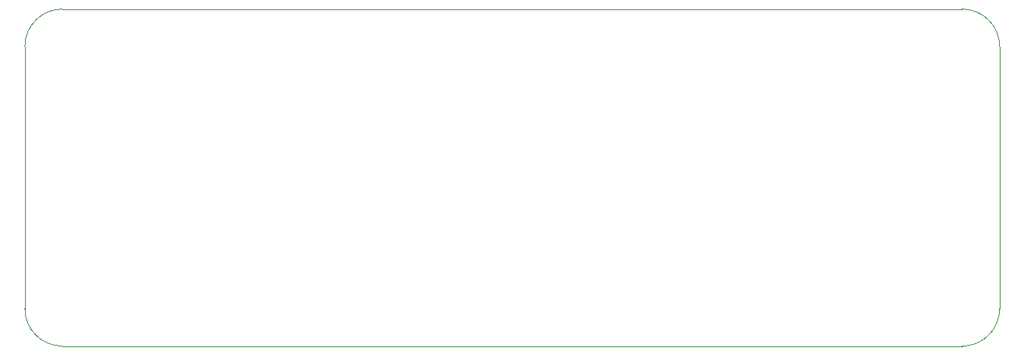
<source format=gbr>
%TF.GenerationSoftware,KiCad,Pcbnew,7.0.7*%
%TF.CreationDate,2023-11-04T22:27:46-05:00*%
%TF.ProjectId,FlourometerBoard_Hardware,466c6f75-726f-46d6-9574-6572426f6172,rev?*%
%TF.SameCoordinates,Original*%
%TF.FileFunction,Profile,NP*%
%FSLAX46Y46*%
G04 Gerber Fmt 4.6, Leading zero omitted, Abs format (unit mm)*
G04 Created by KiCad (PCBNEW 7.0.7) date 2023-11-04 22:27:46*
%MOMM*%
%LPD*%
G01*
G04 APERTURE LIST*
%TA.AperFunction,Profile*%
%ADD10C,0.100000*%
%TD*%
G04 APERTURE END LIST*
D10*
X38354000Y-114046000D02*
G75*
G03*
X42418000Y-118110000I4064000J0D01*
G01*
X38354000Y-114046000D02*
X38354000Y-85598000D01*
X139954000Y-118110000D02*
G75*
G03*
X144018000Y-114046000I0J4064000D01*
G01*
X144018000Y-85598000D02*
G75*
G03*
X139954000Y-81534000I-4064000J0D01*
G01*
X144018000Y-85598000D02*
X144018000Y-114046000D01*
X42418000Y-118110000D02*
X139954000Y-118110000D01*
X42418000Y-81534000D02*
G75*
G03*
X38354000Y-85598000I0J-4064000D01*
G01*
X139954000Y-81534000D02*
X42418000Y-81534000D01*
M02*

</source>
